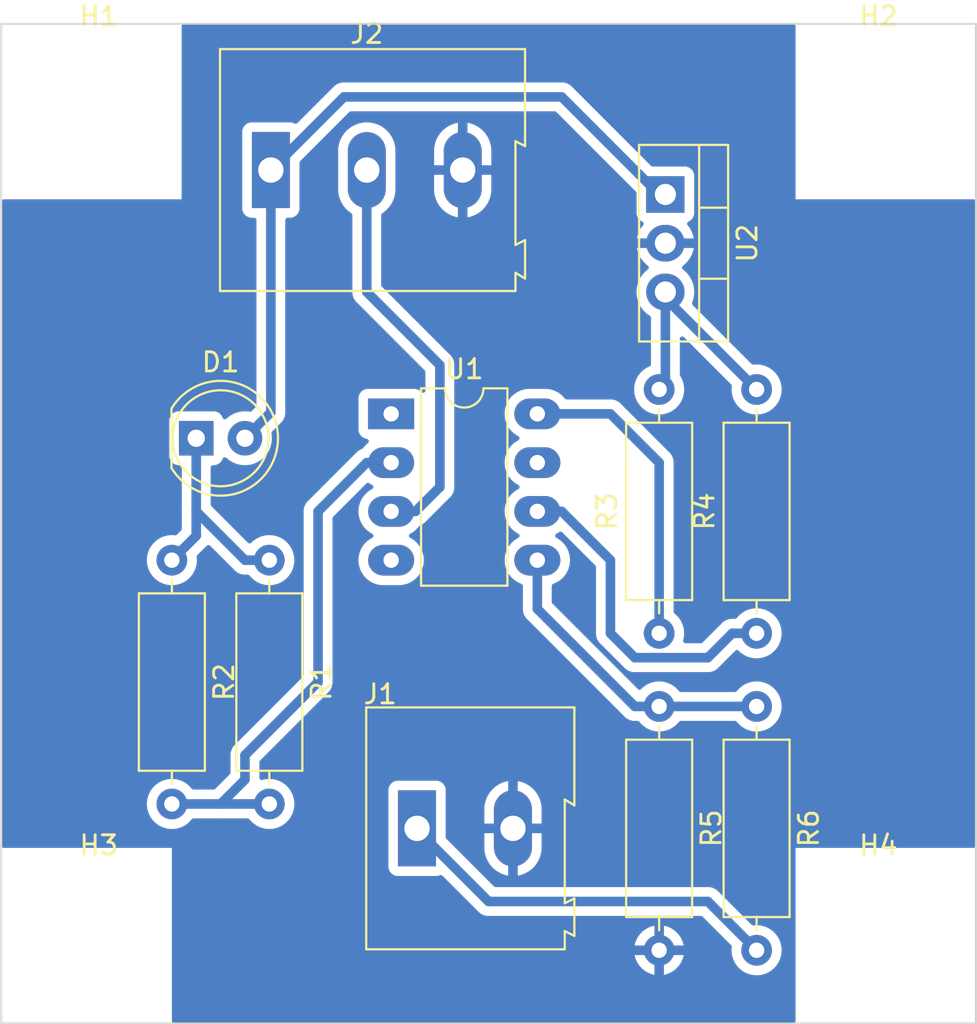
<source format=kicad_pcb>
(kicad_pcb (version 20221018) (generator pcbnew)
  (layers (0 "F.Cu" signal) (31 "B.Cu" signal) (34 "B.Paste" user) (35 "F.Paste" user) (36 "B.SilkS" user "B.Silkscreen") (37 "F.SilkS" user "F.Silkscreen") (38 "B.Mask" user) (39 "F.Mask" user) (44 "Edge.Cuts" user))
  (net 0 "")
  (net 1 "Net-(D1-K)")
  (net 2 "+28V")
  (net 3 "Net-(J1-In)")
  (net 4 "GND")
  (net 5 "med_ass_sig_lin")
  (net 6 "Net-(U1-C1)")
  (net 7 "Net-(U1-VCC)")
  (net 8 "+5V")
  (net 9 "Net-(U1-VO2)")
  (net 10 "Net-(U1-GND)")
  (footprint "TerminalBlock:TerminalBlock_Altech_AK300-2_P5.00mm" (layer "F.Cu") (at 161.37 77.47)
    (fp_text reference "J1" (at -1.92 -6.99) (layer "F.SilkS"))
    (fp_text value "Conn_Coaxial")
    (fp_line (start -2.65 -6.3) (end -2.65 6.3) (stroke (width 0.12)) (layer "F.SilkS"))
    (fp_line (start -2.65 6.3) (end 7.7 6.3) (stroke (width 0.12)) (layer "F.SilkS"))
    (fp_line (start 7.7 -1.5) (end 8.2 -1.2) (stroke (width 0.12)) (layer "F.SilkS"))
    (fp_line (start 7.7 3.9) (end 7.7 -1.5) (stroke (width 0.12)) (layer "F.SilkS"))
    (fp_line (start 7.7 5.35) (end 8.2 5.6) (stroke (width 0.12)) (layer "F.SilkS"))
    (fp_line (start 7.7 6.3) (end 7.7 5.35) (stroke (width 0.12)) (layer "F.SilkS"))
    (fp_line (start 8.2 -6.3) (end -2.65 -6.3) (stroke (width 0.12)) (layer "F.SilkS"))
    (fp_line (start 8.2 -1.2) (end 8.2 -6.3) (stroke (width 0.12)) (layer "F.SilkS"))
    (fp_line (start 8.2 3.65) (end 7.7 3.9) (stroke (width 0.12)) (layer "F.SilkS"))
    (fp_line (start 8.2 3.7) (end 8.2 3.65) (stroke (width 0.12)) (layer "F.SilkS"))
    (fp_line (start 8.2 5.6) (end 8.2 3.7) (stroke (width 0.12)) (layer "F.SilkS"))
    (pad "1" thru_hole rect (at 0 0) (size 1.98 3.96) (drill 1.32) (layers "*.Cu" "*.Mask") (net 3 "Net-(J1-In)"))
    (pad "2" thru_hole oval (at 5 0) (size 1.98 3.96) (drill 1.32) (layers "*.Cu" "*.Mask") (net 4 "GND"))
  )
  (footprint "Package_DIP:DIP-8_W7.62mm_LongPads" (layer "F.Cu") (at 160.02 55.88)
    (fp_text reference "U1" (at 3.81 -2.33) (layer "F.SilkS"))
    (fp_text value "6N139")
    (fp_line (start 1.56 -1.33) (end 1.56 8.95) (stroke (width 0.12)) (layer "F.SilkS"))
    (fp_line (start 1.56 8.95) (end 6.06 8.95) (stroke (width 0.12)) (layer "F.SilkS"))
    (fp_line (start 2.81 -1.33) (end 1.56 -1.33) (stroke (width 0.12)) (layer "F.SilkS"))
    (fp_line (start 6.06 -1.33) (end 4.81 -1.33) (stroke (width 0.12)) (layer "F.SilkS"))
    (fp_line (start 6.06 8.95) (end 6.06 -1.33) (stroke (width 0.12)) (layer "F.SilkS"))
    (fp_arc (start 4.81 -1.33) (mid 3.81 -0.33) (end 2.81 -1.33) (stroke (width 0.12)) (layer "F.SilkS"))
    (pad "1" thru_hole rect (at 0 0) (size 2.4 1.6) (drill 0.8) (layers "*.Cu" "*.Mask"))
    (pad "2" thru_hole oval (at 0 2.54) (size 2.4 1.6) (drill 0.8) (layers "*.Cu" "*.Mask") (net 6 "Net-(U1-C1)"))
    (pad "3" thru_hole oval (at 0 5.08) (size 2.4 1.6) (drill 0.8) (layers "*.Cu" "*.Mask") (net 5 "med_ass_sig_lin"))
    (pad "4" thru_hole oval (at 0 7.62) (size 2.4 1.6) (drill 0.8) (layers "*.Cu" "*.Mask"))
    (pad "5" thru_hole oval (at 7.62 7.62) (size 2.4 1.6) (drill 0.8) (layers "*.Cu" "*.Mask") (net 10 "Net-(U1-GND)"))
    (pad "6" thru_hole oval (at 7.62 5.08) (size 2.4 1.6) (drill 0.8) (layers "*.Cu" "*.Mask") (net 9 "Net-(U1-VO2)"))
    (pad "7" thru_hole oval (at 7.62 2.54) (size 2.4 1.6) (drill 0.8) (layers "*.Cu" "*.Mask"))
    (pad "8" thru_hole oval (at 7.62 0) (size 2.4 1.6) (drill 0.8) (layers "*.Cu" "*.Mask") (net 7 "Net-(U1-VCC)"))
  )
  (footprint "Resistor_THT:R_Axial_DIN0309_L9.0mm_D3.2mm_P12.70mm_Horizontal" (layer "F.Cu") (at 179.07 67.31 90)
    (fp_text reference "R4" (at 6.35 -2.72 90) (layer "F.SilkS"))
    (fp_text value "2.2k")
    (fp_line (start 1.04 0) (end 1.73 0) (stroke (width 0.12)) (layer "F.SilkS"))
    (fp_line (start 1.73 -1.72) (end 1.73 1.72) (stroke (width 0.12)) (layer "F.SilkS"))
    (fp_line (start 1.73 1.72) (end 10.97 1.72) (stroke (width 0.12)) (layer "F.SilkS"))
    (fp_line (start 10.97 -1.72) (end 1.73 -1.72) (stroke (width 0.12)) (layer "F.SilkS"))
    (fp_line (start 10.97 1.72) (end 10.97 -1.72) (stroke (width 0.12)) (layer "F.SilkS"))
    (fp_line (start 11.66 0) (end 10.97 0) (stroke (width 0.12)) (layer "F.SilkS"))
    (pad "1" thru_hole circle (at 0 0 90) (size 1.6 1.6) (drill 0.8) (layers "*.Cu" "*.Mask") (net 9 "Net-(U1-VO2)"))
    (pad "2" thru_hole oval (at 12.7 0 90) (size 1.6 1.6) (drill 0.8) (layers "*.Cu" "*.Mask") (net 8 "+5V"))
  )
  (footprint "LED_THT:LED_D5.0mm" (layer "F.Cu") (at 149.86 57.15)
    (fp_text reference "D1" (at 1.27 -3.96) (layer "F.SilkS"))
    (fp_text value "LED")
    (fp_line (start -1.29 -1.545) (end -1.29 1.545) (stroke (width 0.12)) (layer "F.SilkS"))
    (fp_arc (start -1.29 -1.54483) (mid 2.072002 -2.880433) (end 4.26 0.000462) (stroke (width 0.12)) (layer "F.SilkS"))
    (fp_arc (start 4.26 -0.000462) (mid 2.072002 2.880433) (end -1.29 1.54483) (stroke (width 0.12)) (layer "F.SilkS"))
    (fp_circle (center 1.27 0) (end 3.77 0) (stroke (width 0.12)) (fill none) (layer "F.SilkS"))
    (pad "1" thru_hole rect (at 0 0) (size 1.8 1.8) (drill 0.9) (layers "*.Cu" "*.Mask") (net 1 "Net-(D1-K)"))
    (pad "2" thru_hole circle (at 2.54 0) (size 1.8 1.8) (drill 0.9) (layers "*.Cu" "*.Mask") (net 2 "+28V"))
  )
  (footprint "MountingHole:MountingHole_3.2mm_M3" (layer "F.Cu") (at 144.78 39.37)
    (fp_text reference "H1" (at 0 -4.2) (layer "F.SilkS"))
    (fp_text value "MountingHole")
    (pad "" np_thru_hole circle (at 0 0) (size 3.2 3.2) (drill 3.2) (layers "*.Cu" "*.Mask"))
  )
  (footprint "TerminalBlock:TerminalBlock_Altech_AK300-3_P5.00mm" (layer "F.Cu") (at 153.75 43.18)
    (fp_text reference "J2" (at 5 -7.1) (layer "F.SilkS"))
    (fp_text value "Conn_01x03_Socket")
    (fp_line (start -2.65 -6.3) (end -2.65 6.3) (stroke (width 0.12)) (layer "F.SilkS"))
    (fp_line (start -2.65 6.3) (end 12.75 6.3) (stroke (width 0.12)) (layer "F.SilkS"))
    (fp_line (start 12.75 -1.5) (end 13.25 -1.25) (stroke (width 0.12)) (layer "F.SilkS"))
    (fp_line (start 12.75 3.9) (end 12.75 -1.5) (stroke (width 0.12)) (layer "F.SilkS"))
    (fp_line (start 12.75 5.35) (end 13.25 5.65) (stroke (width 0.12)) (layer "F.SilkS"))
    (fp_line (start 12.75 6.3) (end 12.75 5.35) (stroke (width 0.12)) (layer "F.SilkS"))
    (fp_line (start 13.25 -6.3) (end -2.65 -6.3) (stroke (width 0.12)) (layer "F.SilkS"))
    (fp_line (start 13.25 -1.25) (end 13.25 -6.3) (stroke (width 0.12)) (layer "F.SilkS"))
    (fp_line (start 13.25 3.65) (end 12.75 3.9) (stroke (width 0.12)) (layer "F.SilkS"))
    (fp_line (start 13.25 5.65) (end 13.25 3.65) (stroke (width 0.12)) (layer "F.SilkS"))
    (pad "1" thru_hole rect (at 0 0) (size 1.98 3.96) (drill 1.32) (layers "*.Cu" "*.Mask") (net 2 "+28V"))
    (pad "2" thru_hole oval (at 5 0) (size 1.98 3.96) (drill 1.32) (layers "*.Cu" "*.Mask") (net 5 "med_ass_sig_lin"))
    (pad "3" thru_hole oval (at 10 0) (size 1.98 3.96) (drill 1.32) (layers "*.Cu" "*.Mask") (net 4 "GND"))
  )
  (footprint "Resistor_THT:R_Axial_DIN0309_L9.0mm_D3.2mm_P12.70mm_Horizontal" (layer "F.Cu") (at 179.07 71.12 -90)
    (fp_text reference "R6" (at 6.35 -2.72 90) (layer "F.SilkS"))
    (fp_text value "1k")
    (fp_line (start 1.04 0) (end 1.73 0) (stroke (width 0.12)) (layer "F.SilkS"))
    (fp_line (start 1.73 -1.72) (end 1.73 1.72) (stroke (width 0.12)) (layer "F.SilkS"))
    (fp_line (start 1.73 1.72) (end 10.97 1.72) (stroke (width 0.12)) (layer "F.SilkS"))
    (fp_line (start 10.97 -1.72) (end 1.73 -1.72) (stroke (width 0.12)) (layer "F.SilkS"))
    (fp_line (start 10.97 1.72) (end 10.97 -1.72) (stroke (width 0.12)) (layer "F.SilkS"))
    (fp_line (start 11.66 0) (end 10.97 0) (stroke (width 0.12)) (layer "F.SilkS"))
    (pad "1" thru_hole circle (at 0 0 270) (size 1.6 1.6) (drill 0.8) (layers "*.Cu" "*.Mask") (net 10 "Net-(U1-GND)"))
    (pad "2" thru_hole oval (at 12.7 0 270) (size 1.6 1.6) (drill 0.8) (layers "*.Cu" "*.Mask") (net 3 "Net-(J1-In)"))
  )
  (footprint "MountingHole:MountingHole_3.2mm_M3" (layer "F.Cu") (at 185.42 39.37)
    (fp_text reference "H2" (at 0 -4.2) (layer "F.SilkS"))
    (fp_text value "MountingHole")
    (pad "" np_thru_hole circle (at 0 0) (size 3.2 3.2) (drill 3.2) (layers "*.Cu" "*.Mask"))
  )
  (footprint "Resistor_THT:R_Axial_DIN0309_L9.0mm_D3.2mm_P12.70mm_Horizontal" (layer "F.Cu") (at 173.99 71.12 -90)
    (fp_text reference "R5" (at 6.35 -2.72 90) (layer "F.SilkS"))
    (fp_text value "10k")
    (fp_line (start 1.04 0) (end 1.73 0) (stroke (width 0.12)) (layer "F.SilkS"))
    (fp_line (start 1.73 -1.72) (end 1.73 1.72) (stroke (width 0.12)) (layer "F.SilkS"))
    (fp_line (start 1.73 1.72) (end 10.97 1.72) (stroke (width 0.12)) (layer "F.SilkS"))
    (fp_line (start 10.97 -1.72) (end 1.73 -1.72) (stroke (width 0.12)) (layer "F.SilkS"))
    (fp_line (start 10.97 1.72) (end 10.97 -1.72) (stroke (width 0.12)) (layer "F.SilkS"))
    (fp_line (start 11.66 0) (end 10.97 0) (stroke (width 0.12)) (layer "F.SilkS"))
    (pad "1" thru_hole circle (at 0 0 270) (size 1.6 1.6) (drill 0.8) (layers "*.Cu" "*.Mask") (net 10 "Net-(U1-GND)"))
    (pad "2" thru_hole oval (at 12.7 0 270) (size 1.6 1.6) (drill 0.8) (layers "*.Cu" "*.Mask") (net 4 "GND"))
  )
  (footprint "MountingHole:MountingHole_3.2mm_M3" (layer "F.Cu") (at 185.42 82.55)
    (fp_text reference "H4" (at 0 -4.2) (layer "F.SilkS"))
    (fp_text value "MountingHole")
    (pad "" np_thru_hole circle (at 0 0) (size 3.2 3.2) (drill 3.2) (layers "*.Cu" "*.Mask"))
  )
  (footprint "Resistor_THT:R_Axial_DIN0309_L9.0mm_D3.2mm_P12.70mm_Horizontal" (layer "F.Cu") (at 148.59 63.5 -90)
    (fp_text reference "R2" (at 6.35 -2.72 90) (layer "F.SilkS"))
    (fp_text value "4.3k")
    (fp_line (start 1.04 0) (end 1.73 0) (stroke (width 0.12)) (layer "F.SilkS"))
    (fp_line (start 1.73 -1.72) (end 1.73 1.72) (stroke (width 0.12)) (layer "F.SilkS"))
    (fp_line (start 1.73 1.72) (end 10.97 1.72) (stroke (width 0.12)) (layer "F.SilkS"))
    (fp_line (start 10.97 -1.72) (end 1.73 -1.72) (stroke (width 0.12)) (layer "F.SilkS"))
    (fp_line (start 10.97 1.72) (end 10.97 -1.72) (stroke (width 0.12)) (layer "F.SilkS"))
    (fp_line (start 11.66 0) (end 10.97 0) (stroke (width 0.12)) (layer "F.SilkS"))
    (pad "1" thru_hole circle (at 0 0 270) (size 1.6 1.6) (drill 0.8) (layers "*.Cu" "*.Mask") (net 1 "Net-(D1-K)"))
    (pad "2" thru_hole oval (at 12.7 0 270) (size 1.6 1.6) (drill 0.8) (layers "*.Cu" "*.Mask") (net 6 "Net-(U1-C1)"))
  )
  (footprint "Package_TO_SOT_THT:TO-220-3_Vertical" (layer "F.Cu") (at 174.315 44.45 -90)
    (fp_text reference "U2" (at 2.54 -4.27 90) (layer "F.SilkS"))
    (fp_text value "L7805")
    (fp_line (start -2.58 -3.27) (end -2.58 1.371) (stroke (width 0.12)) (layer "F.SilkS"))
    (fp_line (start -2.58 -3.27) (end 7.66 -3.27) (stroke (width 0.12)) (layer "F.SilkS"))
    (fp_line (start -2.58 -1.76) (end 7.66 -1.76) (stroke (width 0.12)) (layer "F.SilkS"))
    (fp_line (start -2.58 1.371) (end 7.66 1.371) (stroke (width 0.12)) (layer "F.SilkS"))
    (fp_line (start 0.69 -3.27) (end 0.69 -1.76) (stroke (width 0.12)) (layer "F.SilkS"))
    (fp_line (start 4.391 -3.27) (end 4.391 -1.76) (stroke (width 0.12)) (layer "F.SilkS"))
    (fp_line (start 7.66 -3.27) (end 7.66 1.371) (stroke (width 0.12)) (layer "F.SilkS"))
    (pad "1" thru_hole rect (at 0 0 270) (size 1.905 2) (drill 1.1) (layers "*.Cu" "*.Mask") (net 2 "+28V"))
    (pad "2" thru_hole oval (at 2.54 0 270) (size 1.905 2) (drill 1.1) (layers "*.Cu" "*.Mask") (net 4 "GND"))
    (pad "3" thru_hole oval (at 5.08 0 270) (size 1.905 2) (drill 1.1) (layers "*.Cu" "*.Mask") (net 8 "+5V"))
  )
  (footprint "Resistor_THT:R_Axial_DIN0309_L9.0mm_D3.2mm_P12.70mm_Horizontal" (layer "F.Cu") (at 153.67 63.5 -90)
    (fp_text reference "R1" (at 6.35 -2.72 90) (layer "F.SilkS"))
    (fp_text value "4.3k")
    (fp_line (start 1.04 0) (end 1.73 0) (stroke (width 0.12)) (layer "F.SilkS"))
    (fp_line (start 1.73 -1.72) (end 1.73 1.72) (stroke (width 0.12)) (layer "F.SilkS"))
    (fp_line (start 1.73 1.72) (end 10.97 1.72) (stroke (width 0.12)) (layer "F.SilkS"))
    (fp_line (start 10.97 -1.72) (end 1.73 -1.72) (stroke (width 0.12)) (layer "F.SilkS"))
    (fp_line (start 10.97 1.72) (end 10.97 -1.72) (stroke (width 0.12)) (layer "F.SilkS"))
    (fp_line (start 11.66 0) (end 10.97 0) (stroke (width 0.12)) (layer "F.SilkS"))
    (pad "1" thru_hole circle (at 0 0 270) (size 1.6 1.6) (drill 0.8) (layers "*.Cu" "*.Mask") (net 1 "Net-(D1-K)"))
    (pad "2" thru_hole oval (at 12.7 0 270) (size 1.6 1.6) (drill 0.8) (layers "*.Cu" "*.Mask") (net 6 "Net-(U1-C1)"))
  )
  (footprint "Resistor_THT:R_Axial_DIN0309_L9.0mm_D3.2mm_P12.70mm_Horizontal" (layer "F.Cu") (at 173.99 67.31 90)
    (fp_text reference "R3" (at 6.35 -2.72 90) (layer "F.SilkS"))
    (fp_text value "220")
    (fp_line (start 1.04 0) (end 1.73 0) (stroke (width 0.12)) (layer "F.SilkS"))
    (fp_line (start 1.73 -1.72) (end 1.73 1.72) (stroke (width 0.12)) (layer "F.SilkS"))
    (fp_line (start 1.73 1.72) (end 10.97 1.72) (stroke (width 0.12)) (layer "F.SilkS"))
    (fp_line (start 10.97 -1.72) (end 1.73 -1.72) (stroke (width 0.12)) (layer "F.SilkS"))
    (fp_line (start 10.97 1.72) (end 10.97 -1.72) (stroke (width 0.12)) (layer "F.SilkS"))
    (fp_line (start 11.66 0) (end 10.97 0) (stroke (width 0.12)) (layer "F.SilkS"))
    (pad "1" thru_hole circle (at 0 0 90) (size 1.6 1.6) (drill 0.8) (layers "*.Cu" "*.Mask") (net 7 "Net-(U1-VCC)"))
    (pad "2" thru_hole oval (at 12.7 0 90) (size 1.6 1.6) (drill 0.8) (layers "*.Cu" "*.Mask") (net 8 "+5V"))
  )
  (footprint "MountingHole:MountingHole_3.2mm_M3" (layer "F.Cu") (at 144.78 82.55)
    (fp_text reference "H3" (at 0 -4.2) (layer "F.SilkS"))
    (fp_text value "MountingHole")
    (pad "" np_thru_hole circle (at 0 0) (size 3.2 3.2) (drill 3.2) (layers "*.Cu" "*.Mask"))
  )
  (gr_rect (start 139.7 35.56) (end 190.5 87.63) (stroke (width 0.1)) (fill none) (layer "Edge.Cuts"))
  (gr_text "GND" (at 164.846 73.914) (layer "F.Cu") (effects (font (size 1 1)) (justify left bottom)))
  (gr_text "+28V MA-SIG GND" (at 150.114 38.354) (layer "F.Cu") (effects (font (size 1.2 1.2) (thickness 0.2) bold) (justify left bottom)))
  (gr_text "+" (at 160.528 73.66) (layer "F.Cu") (effects (font (size 1 1)) (justify left bottom)))
  (segment (start 152.4 63.5) (end 153.67 63.5) (width 0.5) (layer "B.Cu") (net 1))
  (segment (start 149.86 60.96) (end 149.86 62.23) (width 0.5) (layer "B.Cu") (net 1))
  (segment (start 149.86 57.15) (end 149.86 60.96) (width 0.5) (layer "B.Cu") (net 1))
  (segment (start 149.86 60.96) (end 152.4 63.5) (width 0.5) (layer "B.Cu") (net 1))
  (segment (start 149.86 62.23) (end 148.59 63.5) (width 0.5) (layer "B.Cu") (net 1))
  (segment (start 174.315 44.45) (end 173.99 44.45) (width 0.5) (layer "B.Cu") (net 2))
  (segment (start 153.75 43.18) (end 153.75 55.8) (width 0.5) (layer "B.Cu") (net 2))
  (segment (start 153.75 55.8) (end 152.4 57.15) (width 0.5) (layer "B.Cu") (net 2))
  (segment (start 168.91 39.37) (end 157.56 39.37) (width 0.5) (layer "B.Cu") (net 2))
  (segment (start 157.56 39.37) (end 153.75 43.18) (width 0.5) (layer "B.Cu") (net 2))
  (segment (start 173.99 44.45) (end 168.91 39.37) (width 0.5) (layer "B.Cu") (net 2))
  (segment (start 165.1 81.28) (end 161.37 77.55) (width 0.5) (layer "B.Cu") (net 3))
  (segment (start 161.37 77.55) (end 161.37 77.47) (width 0.5) (layer "B.Cu") (net 3))
  (segment (start 176.53 81.28) (end 165.1 81.28) (width 0.5) (layer "B.Cu") (net 3))
  (segment (start 179.07 83.82) (end 176.53 81.28) (width 0.5) (layer "B.Cu") (net 3))
  (segment (start 158.75 43.18) (end 158.75 49.53) (width 0.5) (layer "B.Cu") (net 5))
  (segment (start 162.56 59.69) (end 161.29 60.96) (width 0.5) (layer "B.Cu") (net 5))
  (segment (start 161.29 60.96) (end 160.02 60.96) (width 0.5) (layer "B.Cu") (net 5))
  (segment (start 158.75 49.53) (end 162.56 53.34) (width 0.5) (layer "B.Cu") (net 5))
  (segment (start 162.56 53.34) (end 162.56 59.69) (width 0.5) (layer "B.Cu") (net 5))
  (segment (start 151.13 76.2) (end 152.4 74.93) (width 0.5) (layer "B.Cu") (net 6))
  (segment (start 156.21 69.85) (end 156.21 60.96) (width 0.5) (layer "B.Cu") (net 6))
  (segment (start 152.4 74.93) (end 152.4 73.66) (width 0.5) (layer "B.Cu") (net 6))
  (segment (start 158.75 58.42) (end 160.02 58.42) (width 0.5) (layer "B.Cu") (net 6))
  (segment (start 151.13 76.2) (end 153.67 76.2) (width 0.5) (layer "B.Cu") (net 6))
  (segment (start 148.59 76.2) (end 151.13 76.2) (width 0.5) (layer "B.Cu") (net 6))
  (segment (start 152.4 73.66) (end 156.21 69.85) (width 0.5) (layer "B.Cu") (net 6))
  (segment (start 156.21 60.96) (end 158.75 58.42) (width 0.5) (layer "B.Cu") (net 6))
  (segment (start 173.99 58.42) (end 171.45 55.88) (width 0.5) (layer "B.Cu") (net 7))
  (segment (start 171.45 55.88) (end 167.64 55.88) (width 0.5) (layer "B.Cu") (net 7))
  (segment (start 173.99 67.31) (end 173.99 58.42) (width 0.5) (layer "B.Cu") (net 7))
  (segment (start 174.315 49.855) (end 179.07 54.61) (width 0.5) (layer "B.Cu") (net 8))
  (segment (start 174.315 49.53) (end 174.315 54.285) (width 0.5) (layer "B.Cu") (net 8))
  (segment (start 174.315 54.285) (end 173.99 54.61) (width 0.5) (layer "B.Cu") (net 8))
  (segment (start 174.315 49.53) (end 174.315 49.855) (width 0.5) (layer "B.Cu") (net 8))
  (segment (start 171.45 67.31) (end 171.45 63.5) (width 0.5) (layer "B.Cu") (net 9))
  (segment (start 179.07 67.31) (end 177.8 67.31) (width 0.5) (layer "B.Cu") (net 9))
  (segment (start 177.8 67.31) (end 176.53 68.58) (width 0.5) (layer "B.Cu") (net 9))
  (segment (start 168.91 60.96) (end 167.64 60.96) (width 0.5) (layer "B.Cu") (net 9))
  (segment (start 172.72 68.58) (end 171.45 67.31) (width 0.5) (layer "B.Cu") (net 9))
  (segment (start 176.53 68.58) (end 172.72 68.58) (width 0.5) (layer "B.Cu") (net 9))
  (segment (start 171.45 63.5) (end 168.91 60.96) (width 0.5) (layer "B.Cu") (net 9))
  (segment (start 172.72 71.12) (end 173.99 71.12) (width 0.5) (layer "B.Cu") (net 10))
  (segment (start 167.64 63.5) (end 167.64 66.04) (width 0.5) (layer "B.Cu") (net 10))
  (segment (start 167.64 66.04) (end 172.72 71.12) (width 0.5) (layer "B.Cu") (net 10))
  (segment (start 179.07 71.12) (end 173.99 71.12) (width 0.5) (layer "B.Cu") (net 10))
  (zone (net 0) (net_name "") (layers "F&B.Cu") (connect_pads (clearance 0)) (min_thickness 0.25)
    (keepout (tracks not_allowed) (vias not_allowed) (pads not_allowed) (copperpour not_allowed) (footprints allowed))
    (fill (thermal_gap 0.5) (thermal_bridge_width 0.5))
    (polygon (pts (xy 139.7 78.486) (xy 148.59 78.486) (xy 148.59 87.63) (xy 139.7 87.63)))
  )
  (zone (net 0) (net_name "") (layers "F&B.Cu") (connect_pads (clearance 0)) (min_thickness 0.25)
    (keepout (tracks not_allowed) (vias not_allowed) (pads not_allowed) (copperpour not_allowed) (footprints allowed))
    (fill (thermal_gap 0.5) (thermal_bridge_width 0.5))
    (polygon (pts (xy 139.7 44.704) (xy 139.7 35.56) (xy 149.098 35.56) (xy 149.098 44.704)))
  )
  (zone (net 0) (net_name "") (layers "F&B.Cu") (connect_pads (clearance 0)) (min_thickness 0.25)
    (keepout (tracks not_allowed) (vias not_allowed) (pads not_allowed) (copperpour not_allowed) (footprints allowed))
    (fill (thermal_gap 0.5) (thermal_bridge_width 0.5))
    (polygon (pts (xy 181.102 44.704) (xy 181.102 35.56) (xy 190.5 35.56) (xy 190.5 44.704)))
  )
  (zone (net 0) (net_name "") (layers "F&B.Cu") (connect_pads (clearance 0)) (min_thickness 0.25)
    (keepout (tracks not_allowed) (vias not_allowed) (pads not_allowed) (copperpour not_allowed) (footprints allowed))
    (fill (thermal_gap 0.5) (thermal_bridge_width 0.5))
    (polygon (pts (xy 181.102 87.63) (xy 181.102 78.486) (xy 190.5 78.486) (xy 190.5 87.63)))
  )
  (zone (net 4) (net_name "GND") (layer "B.Cu") (connect_pads (clearance 0.5)) (min_thickness 0.25) (fill yes (thermal_gap 0.5) (thermal_bridge_width 0.5))
    (polygon (pts (xy 139.7 35.56) (xy 190.5 35.56) (xy 190.5 87.63) (xy 139.7 87.63)))
  )
)
</source>
